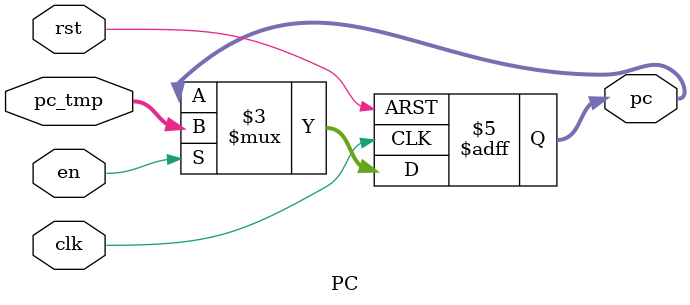
<source format=v>
`timescale 1ns / 1ps


module PC(
    input wire clk,
    input wire rst,
	input wire en,
    input wire [31:0] pc_tmp,
    output reg [31:0] pc
    );
    
    always @(posedge clk or negedge rst) begin
        if (rst==0)
            pc	<= 32'h01000000;
        else if(en)
            pc	<= pc_tmp;
    end
endmodule

</source>
